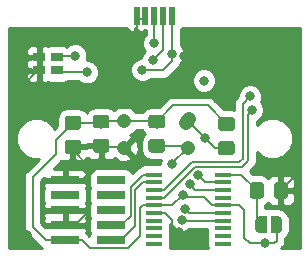
<source format=gbr>
G04 #@! TF.GenerationSoftware,KiCad,Pcbnew,(5.0.0)*
G04 #@! TF.CreationDate,2019-03-02T00:20:12+01:00*
G04 #@! TF.ProjectId,OpenThermalCamera,4F70656E546865726D616C43616D6572,rev?*
G04 #@! TF.SameCoordinates,Original*
G04 #@! TF.FileFunction,Copper,L2,Bot,Signal*
G04 #@! TF.FilePolarity,Positive*
%FSLAX46Y46*%
G04 Gerber Fmt 4.6, Leading zero omitted, Abs format (unit mm)*
G04 Created by KiCad (PCBNEW (5.0.0)) date 03/02/19 00:20:12*
%MOMM*%
%LPD*%
G01*
G04 APERTURE LIST*
G04 #@! TA.AperFunction,SMDPad,CuDef*
%ADD10R,0.500000X1.600000*%
G04 #@! TD*
G04 #@! TA.AperFunction,ComponentPad*
%ADD11C,1.200000*%
G04 #@! TD*
G04 #@! TA.AperFunction,Conductor*
%ADD12C,1.200000*%
G04 #@! TD*
G04 #@! TA.AperFunction,SMDPad,CuDef*
%ADD13R,1.450000X0.450000*%
G04 #@! TD*
G04 #@! TA.AperFunction,Conductor*
%ADD14C,0.100000*%
G04 #@! TD*
G04 #@! TA.AperFunction,SMDPad,CuDef*
%ADD15C,1.150000*%
G04 #@! TD*
G04 #@! TA.AperFunction,SMDPad,CuDef*
%ADD16R,2.400000X0.740000*%
G04 #@! TD*
G04 #@! TA.AperFunction,SMDPad,CuDef*
%ADD17C,0.500000*%
G04 #@! TD*
G04 #@! TA.AperFunction,SMDPad,CuDef*
%ADD18R,1.000000X0.800000*%
G04 #@! TD*
G04 #@! TA.AperFunction,ViaPad*
%ADD19C,0.800000*%
G04 #@! TD*
G04 #@! TA.AperFunction,Conductor*
%ADD20C,0.200000*%
G04 #@! TD*
G04 #@! TA.AperFunction,Conductor*
%ADD21C,0.254000*%
G04 #@! TD*
G04 APERTURE END LIST*
D10*
G04 #@! TO.P,J2,B3*
G04 #@! TO.N,/USB_P*
X40000000Y-26600000D03*
G04 #@! TO.P,J2,B5*
G04 #@! TO.N,GND*
X38500000Y-26600000D03*
G04 #@! TO.P,J2,B2*
G04 #@! TO.N,/USB_N*
X40750000Y-26600000D03*
G04 #@! TO.P,J2,B4*
G04 #@! TO.N,GND*
X39250000Y-26600000D03*
G04 #@! TO.P,J2,B1*
G04 #@! TO.N,+5V*
X41500000Y-26600000D03*
G04 #@! TD*
D11*
G04 #@! TO.P,U1,4*
G04 #@! TO.N,/I2C_SCL*
X42819239Y-37799138D03*
D12*
G04 #@! TD*
G04 #@! TO.N,/I2C_SCL*
G04 #@! TO.C,U1*
X42819239Y-37799138D02*
X42819239Y-37799138D01*
D11*
G04 #@! TO.P,U1,3*
G04 #@! TO.N,GND*
X37445227Y-37799138D03*
D12*
G04 #@! TD*
G04 #@! TO.N,GND*
G04 #@! TO.C,U1*
X37445227Y-37799138D02*
X37445227Y-37799138D01*
D11*
G04 #@! TO.P,U1,2*
G04 #@! TO.N,+3V3*
X37445227Y-35536396D03*
D12*
G04 #@! TD*
G04 #@! TO.N,+3V3*
G04 #@! TO.C,U1*
X37445227Y-35536396D02*
X37445227Y-35536396D01*
D11*
G04 #@! TO.P,U1,1*
G04 #@! TO.N,/I2C_SDA*
X42819239Y-35536396D03*
D12*
G04 #@! TD*
G04 #@! TO.N,/I2C_SDA*
G04 #@! TO.C,U1*
X42960660Y-35394975D02*
X42677818Y-35677817D01*
D13*
G04 #@! TO.P,U3,1*
G04 #@! TO.N,/BOOT0*
X45850000Y-40075000D03*
G04 #@! TO.P,U3,2*
G04 #@! TO.N,/I2C_SDA*
X45850000Y-40725000D03*
G04 #@! TO.P,U3,3*
G04 #@! TO.N,/I2C_SCL*
X45850000Y-41375000D03*
G04 #@! TO.P,U3,4*
G04 #@! TO.N,Net-(U3-Pad4)*
X45850000Y-42025000D03*
G04 #@! TO.P,U3,5*
G04 #@! TO.N,+3V3*
X45850000Y-42675000D03*
G04 #@! TO.P,U3,6*
G04 #@! TO.N,/BLUE_LED*
X45850000Y-43325000D03*
G04 #@! TO.P,U3,7*
G04 #@! TO.N,/RED_LED*
X45850000Y-43975000D03*
G04 #@! TO.P,U3,8*
G04 #@! TO.N,Net-(U3-Pad8)*
X45850000Y-44625000D03*
G04 #@! TO.P,U3,9*
G04 #@! TO.N,Net-(U3-Pad9)*
X45850000Y-45275000D03*
G04 #@! TO.P,U3,10*
G04 #@! TO.N,Net-(U3-Pad10)*
X45850000Y-45925000D03*
G04 #@! TO.P,U3,11*
G04 #@! TO.N,Net-(U3-Pad11)*
X39950000Y-45925000D03*
G04 #@! TO.P,U3,12*
G04 #@! TO.N,Net-(U3-Pad12)*
X39950000Y-45275000D03*
G04 #@! TO.P,U3,13*
G04 #@! TO.N,Net-(U3-Pad13)*
X39950000Y-44625000D03*
G04 #@! TO.P,U3,14*
G04 #@! TO.N,Net-(U3-Pad14)*
X39950000Y-43975000D03*
G04 #@! TO.P,U3,15*
G04 #@! TO.N,GND*
X39950000Y-43325000D03*
G04 #@! TO.P,U3,16*
G04 #@! TO.N,+3V3*
X39950000Y-42675000D03*
G04 #@! TO.P,U3,17*
G04 #@! TO.N,/USB_N*
X39950000Y-42025000D03*
G04 #@! TO.P,U3,18*
G04 #@! TO.N,/USB_P*
X39950000Y-41375000D03*
G04 #@! TO.P,U3,19*
G04 #@! TO.N,/SWDIO*
X39950000Y-40725000D03*
G04 #@! TO.P,U3,20*
G04 #@! TO.N,/SWDCLK*
X39950000Y-40075000D03*
G04 #@! TD*
D14*
G04 #@! TO.N,+3V3*
G04 #@! TO.C,C5*
G36*
X33574505Y-35101204D02*
X33598773Y-35104804D01*
X33622572Y-35110765D01*
X33645671Y-35119030D01*
X33667850Y-35129520D01*
X33688893Y-35142132D01*
X33708599Y-35156747D01*
X33726777Y-35173223D01*
X33743253Y-35191401D01*
X33757868Y-35211107D01*
X33770480Y-35232150D01*
X33780970Y-35254329D01*
X33789235Y-35277428D01*
X33795196Y-35301227D01*
X33798796Y-35325495D01*
X33800000Y-35349999D01*
X33800000Y-36000001D01*
X33798796Y-36024505D01*
X33795196Y-36048773D01*
X33789235Y-36072572D01*
X33780970Y-36095671D01*
X33770480Y-36117850D01*
X33757868Y-36138893D01*
X33743253Y-36158599D01*
X33726777Y-36176777D01*
X33708599Y-36193253D01*
X33688893Y-36207868D01*
X33667850Y-36220480D01*
X33645671Y-36230970D01*
X33622572Y-36239235D01*
X33598773Y-36245196D01*
X33574505Y-36248796D01*
X33550001Y-36250000D01*
X32649999Y-36250000D01*
X32625495Y-36248796D01*
X32601227Y-36245196D01*
X32577428Y-36239235D01*
X32554329Y-36230970D01*
X32532150Y-36220480D01*
X32511107Y-36207868D01*
X32491401Y-36193253D01*
X32473223Y-36176777D01*
X32456747Y-36158599D01*
X32442132Y-36138893D01*
X32429520Y-36117850D01*
X32419030Y-36095671D01*
X32410765Y-36072572D01*
X32404804Y-36048773D01*
X32401204Y-36024505D01*
X32400000Y-36000001D01*
X32400000Y-35349999D01*
X32401204Y-35325495D01*
X32404804Y-35301227D01*
X32410765Y-35277428D01*
X32419030Y-35254329D01*
X32429520Y-35232150D01*
X32442132Y-35211107D01*
X32456747Y-35191401D01*
X32473223Y-35173223D01*
X32491401Y-35156747D01*
X32511107Y-35142132D01*
X32532150Y-35129520D01*
X32554329Y-35119030D01*
X32577428Y-35110765D01*
X32601227Y-35104804D01*
X32625495Y-35101204D01*
X32649999Y-35100000D01*
X33550001Y-35100000D01*
X33574505Y-35101204D01*
X33574505Y-35101204D01*
G37*
D15*
G04 #@! TD*
G04 #@! TO.P,C5,1*
G04 #@! TO.N,+3V3*
X33100000Y-35675000D03*
D14*
G04 #@! TO.N,GND*
G04 #@! TO.C,C5*
G36*
X33574505Y-37151204D02*
X33598773Y-37154804D01*
X33622572Y-37160765D01*
X33645671Y-37169030D01*
X33667850Y-37179520D01*
X33688893Y-37192132D01*
X33708599Y-37206747D01*
X33726777Y-37223223D01*
X33743253Y-37241401D01*
X33757868Y-37261107D01*
X33770480Y-37282150D01*
X33780970Y-37304329D01*
X33789235Y-37327428D01*
X33795196Y-37351227D01*
X33798796Y-37375495D01*
X33800000Y-37399999D01*
X33800000Y-38050001D01*
X33798796Y-38074505D01*
X33795196Y-38098773D01*
X33789235Y-38122572D01*
X33780970Y-38145671D01*
X33770480Y-38167850D01*
X33757868Y-38188893D01*
X33743253Y-38208599D01*
X33726777Y-38226777D01*
X33708599Y-38243253D01*
X33688893Y-38257868D01*
X33667850Y-38270480D01*
X33645671Y-38280970D01*
X33622572Y-38289235D01*
X33598773Y-38295196D01*
X33574505Y-38298796D01*
X33550001Y-38300000D01*
X32649999Y-38300000D01*
X32625495Y-38298796D01*
X32601227Y-38295196D01*
X32577428Y-38289235D01*
X32554329Y-38280970D01*
X32532150Y-38270480D01*
X32511107Y-38257868D01*
X32491401Y-38243253D01*
X32473223Y-38226777D01*
X32456747Y-38208599D01*
X32442132Y-38188893D01*
X32429520Y-38167850D01*
X32419030Y-38145671D01*
X32410765Y-38122572D01*
X32404804Y-38098773D01*
X32401204Y-38074505D01*
X32400000Y-38050001D01*
X32400000Y-37399999D01*
X32401204Y-37375495D01*
X32404804Y-37351227D01*
X32410765Y-37327428D01*
X32419030Y-37304329D01*
X32429520Y-37282150D01*
X32442132Y-37261107D01*
X32456747Y-37241401D01*
X32473223Y-37223223D01*
X32491401Y-37206747D01*
X32511107Y-37192132D01*
X32532150Y-37179520D01*
X32554329Y-37169030D01*
X32577428Y-37160765D01*
X32601227Y-37154804D01*
X32625495Y-37151204D01*
X32649999Y-37150000D01*
X33550001Y-37150000D01*
X33574505Y-37151204D01*
X33574505Y-37151204D01*
G37*
D15*
G04 #@! TD*
G04 #@! TO.P,C5,2*
G04 #@! TO.N,GND*
X33100000Y-37725000D03*
D14*
G04 #@! TO.N,GND*
G04 #@! TO.C,C4*
G36*
X35974505Y-37051204D02*
X35998773Y-37054804D01*
X36022572Y-37060765D01*
X36045671Y-37069030D01*
X36067850Y-37079520D01*
X36088893Y-37092132D01*
X36108599Y-37106747D01*
X36126777Y-37123223D01*
X36143253Y-37141401D01*
X36157868Y-37161107D01*
X36170480Y-37182150D01*
X36180970Y-37204329D01*
X36189235Y-37227428D01*
X36195196Y-37251227D01*
X36198796Y-37275495D01*
X36200000Y-37299999D01*
X36200000Y-37950001D01*
X36198796Y-37974505D01*
X36195196Y-37998773D01*
X36189235Y-38022572D01*
X36180970Y-38045671D01*
X36170480Y-38067850D01*
X36157868Y-38088893D01*
X36143253Y-38108599D01*
X36126777Y-38126777D01*
X36108599Y-38143253D01*
X36088893Y-38157868D01*
X36067850Y-38170480D01*
X36045671Y-38180970D01*
X36022572Y-38189235D01*
X35998773Y-38195196D01*
X35974505Y-38198796D01*
X35950001Y-38200000D01*
X35049999Y-38200000D01*
X35025495Y-38198796D01*
X35001227Y-38195196D01*
X34977428Y-38189235D01*
X34954329Y-38180970D01*
X34932150Y-38170480D01*
X34911107Y-38157868D01*
X34891401Y-38143253D01*
X34873223Y-38126777D01*
X34856747Y-38108599D01*
X34842132Y-38088893D01*
X34829520Y-38067850D01*
X34819030Y-38045671D01*
X34810765Y-38022572D01*
X34804804Y-37998773D01*
X34801204Y-37974505D01*
X34800000Y-37950001D01*
X34800000Y-37299999D01*
X34801204Y-37275495D01*
X34804804Y-37251227D01*
X34810765Y-37227428D01*
X34819030Y-37204329D01*
X34829520Y-37182150D01*
X34842132Y-37161107D01*
X34856747Y-37141401D01*
X34873223Y-37123223D01*
X34891401Y-37106747D01*
X34911107Y-37092132D01*
X34932150Y-37079520D01*
X34954329Y-37069030D01*
X34977428Y-37060765D01*
X35001227Y-37054804D01*
X35025495Y-37051204D01*
X35049999Y-37050000D01*
X35950001Y-37050000D01*
X35974505Y-37051204D01*
X35974505Y-37051204D01*
G37*
D15*
G04 #@! TD*
G04 #@! TO.P,C4,2*
G04 #@! TO.N,GND*
X35500000Y-37625000D03*
D14*
G04 #@! TO.N,+3V3*
G04 #@! TO.C,C4*
G36*
X35974505Y-35001204D02*
X35998773Y-35004804D01*
X36022572Y-35010765D01*
X36045671Y-35019030D01*
X36067850Y-35029520D01*
X36088893Y-35042132D01*
X36108599Y-35056747D01*
X36126777Y-35073223D01*
X36143253Y-35091401D01*
X36157868Y-35111107D01*
X36170480Y-35132150D01*
X36180970Y-35154329D01*
X36189235Y-35177428D01*
X36195196Y-35201227D01*
X36198796Y-35225495D01*
X36200000Y-35249999D01*
X36200000Y-35900001D01*
X36198796Y-35924505D01*
X36195196Y-35948773D01*
X36189235Y-35972572D01*
X36180970Y-35995671D01*
X36170480Y-36017850D01*
X36157868Y-36038893D01*
X36143253Y-36058599D01*
X36126777Y-36076777D01*
X36108599Y-36093253D01*
X36088893Y-36107868D01*
X36067850Y-36120480D01*
X36045671Y-36130970D01*
X36022572Y-36139235D01*
X35998773Y-36145196D01*
X35974505Y-36148796D01*
X35950001Y-36150000D01*
X35049999Y-36150000D01*
X35025495Y-36148796D01*
X35001227Y-36145196D01*
X34977428Y-36139235D01*
X34954329Y-36130970D01*
X34932150Y-36120480D01*
X34911107Y-36107868D01*
X34891401Y-36093253D01*
X34873223Y-36076777D01*
X34856747Y-36058599D01*
X34842132Y-36038893D01*
X34829520Y-36017850D01*
X34819030Y-35995671D01*
X34810765Y-35972572D01*
X34804804Y-35948773D01*
X34801204Y-35924505D01*
X34800000Y-35900001D01*
X34800000Y-35249999D01*
X34801204Y-35225495D01*
X34804804Y-35201227D01*
X34810765Y-35177428D01*
X34819030Y-35154329D01*
X34829520Y-35132150D01*
X34842132Y-35111107D01*
X34856747Y-35091401D01*
X34873223Y-35073223D01*
X34891401Y-35056747D01*
X34911107Y-35042132D01*
X34932150Y-35029520D01*
X34954329Y-35019030D01*
X34977428Y-35010765D01*
X35001227Y-35004804D01*
X35025495Y-35001204D01*
X35049999Y-35000000D01*
X35950001Y-35000000D01*
X35974505Y-35001204D01*
X35974505Y-35001204D01*
G37*
D15*
G04 #@! TD*
G04 #@! TO.P,C4,1*
G04 #@! TO.N,+3V3*
X35500000Y-35575000D03*
D16*
G04 #@! TO.P,J1,1*
G04 #@! TO.N,+3V3*
X32450000Y-45640000D03*
G04 #@! TO.P,J1,2*
G04 #@! TO.N,/SWDIO*
X36350000Y-45640000D03*
G04 #@! TO.P,J1,3*
G04 #@! TO.N,GND*
X32450000Y-44370000D03*
G04 #@! TO.P,J1,4*
G04 #@! TO.N,/SWDCLK*
X36350000Y-44370000D03*
G04 #@! TO.P,J1,5*
G04 #@! TO.N,GND*
X32450000Y-43100000D03*
G04 #@! TO.P,J1,6*
G04 #@! TO.N,Net-(J1-Pad6)*
X36350000Y-43100000D03*
G04 #@! TO.P,J1,7*
G04 #@! TO.N,Net-(J1-Pad7)*
X32450000Y-41830000D03*
G04 #@! TO.P,J1,8*
G04 #@! TO.N,Net-(J1-Pad8)*
X36350000Y-41830000D03*
G04 #@! TO.P,J1,9*
G04 #@! TO.N,GND*
X32450000Y-40560000D03*
G04 #@! TO.P,J1,10*
G04 #@! TO.N,Net-(J1-Pad10)*
X36350000Y-40560000D03*
G04 #@! TD*
D14*
G04 #@! TO.N,+3V3*
G04 #@! TO.C,R3*
G36*
X40674505Y-35001204D02*
X40698773Y-35004804D01*
X40722572Y-35010765D01*
X40745671Y-35019030D01*
X40767850Y-35029520D01*
X40788893Y-35042132D01*
X40808599Y-35056747D01*
X40826777Y-35073223D01*
X40843253Y-35091401D01*
X40857868Y-35111107D01*
X40870480Y-35132150D01*
X40880970Y-35154329D01*
X40889235Y-35177428D01*
X40895196Y-35201227D01*
X40898796Y-35225495D01*
X40900000Y-35249999D01*
X40900000Y-35900001D01*
X40898796Y-35924505D01*
X40895196Y-35948773D01*
X40889235Y-35972572D01*
X40880970Y-35995671D01*
X40870480Y-36017850D01*
X40857868Y-36038893D01*
X40843253Y-36058599D01*
X40826777Y-36076777D01*
X40808599Y-36093253D01*
X40788893Y-36107868D01*
X40767850Y-36120480D01*
X40745671Y-36130970D01*
X40722572Y-36139235D01*
X40698773Y-36145196D01*
X40674505Y-36148796D01*
X40650001Y-36150000D01*
X39749999Y-36150000D01*
X39725495Y-36148796D01*
X39701227Y-36145196D01*
X39677428Y-36139235D01*
X39654329Y-36130970D01*
X39632150Y-36120480D01*
X39611107Y-36107868D01*
X39591401Y-36093253D01*
X39573223Y-36076777D01*
X39556747Y-36058599D01*
X39542132Y-36038893D01*
X39529520Y-36017850D01*
X39519030Y-35995671D01*
X39510765Y-35972572D01*
X39504804Y-35948773D01*
X39501204Y-35924505D01*
X39500000Y-35900001D01*
X39500000Y-35249999D01*
X39501204Y-35225495D01*
X39504804Y-35201227D01*
X39510765Y-35177428D01*
X39519030Y-35154329D01*
X39529520Y-35132150D01*
X39542132Y-35111107D01*
X39556747Y-35091401D01*
X39573223Y-35073223D01*
X39591401Y-35056747D01*
X39611107Y-35042132D01*
X39632150Y-35029520D01*
X39654329Y-35019030D01*
X39677428Y-35010765D01*
X39701227Y-35004804D01*
X39725495Y-35001204D01*
X39749999Y-35000000D01*
X40650001Y-35000000D01*
X40674505Y-35001204D01*
X40674505Y-35001204D01*
G37*
D15*
G04 #@! TD*
G04 #@! TO.P,R3,1*
G04 #@! TO.N,+3V3*
X40200000Y-35575000D03*
D14*
G04 #@! TO.N,/I2C_SCL*
G04 #@! TO.C,R3*
G36*
X40674505Y-37051204D02*
X40698773Y-37054804D01*
X40722572Y-37060765D01*
X40745671Y-37069030D01*
X40767850Y-37079520D01*
X40788893Y-37092132D01*
X40808599Y-37106747D01*
X40826777Y-37123223D01*
X40843253Y-37141401D01*
X40857868Y-37161107D01*
X40870480Y-37182150D01*
X40880970Y-37204329D01*
X40889235Y-37227428D01*
X40895196Y-37251227D01*
X40898796Y-37275495D01*
X40900000Y-37299999D01*
X40900000Y-37950001D01*
X40898796Y-37974505D01*
X40895196Y-37998773D01*
X40889235Y-38022572D01*
X40880970Y-38045671D01*
X40870480Y-38067850D01*
X40857868Y-38088893D01*
X40843253Y-38108599D01*
X40826777Y-38126777D01*
X40808599Y-38143253D01*
X40788893Y-38157868D01*
X40767850Y-38170480D01*
X40745671Y-38180970D01*
X40722572Y-38189235D01*
X40698773Y-38195196D01*
X40674505Y-38198796D01*
X40650001Y-38200000D01*
X39749999Y-38200000D01*
X39725495Y-38198796D01*
X39701227Y-38195196D01*
X39677428Y-38189235D01*
X39654329Y-38180970D01*
X39632150Y-38170480D01*
X39611107Y-38157868D01*
X39591401Y-38143253D01*
X39573223Y-38126777D01*
X39556747Y-38108599D01*
X39542132Y-38088893D01*
X39529520Y-38067850D01*
X39519030Y-38045671D01*
X39510765Y-38022572D01*
X39504804Y-37998773D01*
X39501204Y-37974505D01*
X39500000Y-37950001D01*
X39500000Y-37299999D01*
X39501204Y-37275495D01*
X39504804Y-37251227D01*
X39510765Y-37227428D01*
X39519030Y-37204329D01*
X39529520Y-37182150D01*
X39542132Y-37161107D01*
X39556747Y-37141401D01*
X39573223Y-37123223D01*
X39591401Y-37106747D01*
X39611107Y-37092132D01*
X39632150Y-37079520D01*
X39654329Y-37069030D01*
X39677428Y-37060765D01*
X39701227Y-37054804D01*
X39725495Y-37051204D01*
X39749999Y-37050000D01*
X40650001Y-37050000D01*
X40674505Y-37051204D01*
X40674505Y-37051204D01*
G37*
D15*
G04 #@! TD*
G04 #@! TO.P,R3,2*
G04 #@! TO.N,/I2C_SCL*
X40200000Y-37625000D03*
D14*
G04 #@! TO.N,/I2C_SDA*
G04 #@! TO.C,R2*
G36*
X46574505Y-37251204D02*
X46598773Y-37254804D01*
X46622572Y-37260765D01*
X46645671Y-37269030D01*
X46667850Y-37279520D01*
X46688893Y-37292132D01*
X46708599Y-37306747D01*
X46726777Y-37323223D01*
X46743253Y-37341401D01*
X46757868Y-37361107D01*
X46770480Y-37382150D01*
X46780970Y-37404329D01*
X46789235Y-37427428D01*
X46795196Y-37451227D01*
X46798796Y-37475495D01*
X46800000Y-37499999D01*
X46800000Y-38150001D01*
X46798796Y-38174505D01*
X46795196Y-38198773D01*
X46789235Y-38222572D01*
X46780970Y-38245671D01*
X46770480Y-38267850D01*
X46757868Y-38288893D01*
X46743253Y-38308599D01*
X46726777Y-38326777D01*
X46708599Y-38343253D01*
X46688893Y-38357868D01*
X46667850Y-38370480D01*
X46645671Y-38380970D01*
X46622572Y-38389235D01*
X46598773Y-38395196D01*
X46574505Y-38398796D01*
X46550001Y-38400000D01*
X45649999Y-38400000D01*
X45625495Y-38398796D01*
X45601227Y-38395196D01*
X45577428Y-38389235D01*
X45554329Y-38380970D01*
X45532150Y-38370480D01*
X45511107Y-38357868D01*
X45491401Y-38343253D01*
X45473223Y-38326777D01*
X45456747Y-38308599D01*
X45442132Y-38288893D01*
X45429520Y-38267850D01*
X45419030Y-38245671D01*
X45410765Y-38222572D01*
X45404804Y-38198773D01*
X45401204Y-38174505D01*
X45400000Y-38150001D01*
X45400000Y-37499999D01*
X45401204Y-37475495D01*
X45404804Y-37451227D01*
X45410765Y-37427428D01*
X45419030Y-37404329D01*
X45429520Y-37382150D01*
X45442132Y-37361107D01*
X45456747Y-37341401D01*
X45473223Y-37323223D01*
X45491401Y-37306747D01*
X45511107Y-37292132D01*
X45532150Y-37279520D01*
X45554329Y-37269030D01*
X45577428Y-37260765D01*
X45601227Y-37254804D01*
X45625495Y-37251204D01*
X45649999Y-37250000D01*
X46550001Y-37250000D01*
X46574505Y-37251204D01*
X46574505Y-37251204D01*
G37*
D15*
G04 #@! TD*
G04 #@! TO.P,R2,2*
G04 #@! TO.N,/I2C_SDA*
X46100000Y-37825000D03*
D14*
G04 #@! TO.N,+3V3*
G04 #@! TO.C,R2*
G36*
X46574505Y-35201204D02*
X46598773Y-35204804D01*
X46622572Y-35210765D01*
X46645671Y-35219030D01*
X46667850Y-35229520D01*
X46688893Y-35242132D01*
X46708599Y-35256747D01*
X46726777Y-35273223D01*
X46743253Y-35291401D01*
X46757868Y-35311107D01*
X46770480Y-35332150D01*
X46780970Y-35354329D01*
X46789235Y-35377428D01*
X46795196Y-35401227D01*
X46798796Y-35425495D01*
X46800000Y-35449999D01*
X46800000Y-36100001D01*
X46798796Y-36124505D01*
X46795196Y-36148773D01*
X46789235Y-36172572D01*
X46780970Y-36195671D01*
X46770480Y-36217850D01*
X46757868Y-36238893D01*
X46743253Y-36258599D01*
X46726777Y-36276777D01*
X46708599Y-36293253D01*
X46688893Y-36307868D01*
X46667850Y-36320480D01*
X46645671Y-36330970D01*
X46622572Y-36339235D01*
X46598773Y-36345196D01*
X46574505Y-36348796D01*
X46550001Y-36350000D01*
X45649999Y-36350000D01*
X45625495Y-36348796D01*
X45601227Y-36345196D01*
X45577428Y-36339235D01*
X45554329Y-36330970D01*
X45532150Y-36320480D01*
X45511107Y-36307868D01*
X45491401Y-36293253D01*
X45473223Y-36276777D01*
X45456747Y-36258599D01*
X45442132Y-36238893D01*
X45429520Y-36217850D01*
X45419030Y-36195671D01*
X45410765Y-36172572D01*
X45404804Y-36148773D01*
X45401204Y-36124505D01*
X45400000Y-36100001D01*
X45400000Y-35449999D01*
X45401204Y-35425495D01*
X45404804Y-35401227D01*
X45410765Y-35377428D01*
X45419030Y-35354329D01*
X45429520Y-35332150D01*
X45442132Y-35311107D01*
X45456747Y-35291401D01*
X45473223Y-35273223D01*
X45491401Y-35256747D01*
X45511107Y-35242132D01*
X45532150Y-35229520D01*
X45554329Y-35219030D01*
X45577428Y-35210765D01*
X45601227Y-35204804D01*
X45625495Y-35201204D01*
X45649999Y-35200000D01*
X46550001Y-35200000D01*
X46574505Y-35201204D01*
X46574505Y-35201204D01*
G37*
D15*
G04 #@! TD*
G04 #@! TO.P,R2,1*
G04 #@! TO.N,+3V3*
X46100000Y-35775000D03*
D14*
G04 #@! TO.N,/BOOT0*
G04 #@! TO.C,R1*
G36*
X49024505Y-40701204D02*
X49048773Y-40704804D01*
X49072572Y-40710765D01*
X49095671Y-40719030D01*
X49117850Y-40729520D01*
X49138893Y-40742132D01*
X49158599Y-40756747D01*
X49176777Y-40773223D01*
X49193253Y-40791401D01*
X49207868Y-40811107D01*
X49220480Y-40832150D01*
X49230970Y-40854329D01*
X49239235Y-40877428D01*
X49245196Y-40901227D01*
X49248796Y-40925495D01*
X49250000Y-40949999D01*
X49250000Y-41850001D01*
X49248796Y-41874505D01*
X49245196Y-41898773D01*
X49239235Y-41922572D01*
X49230970Y-41945671D01*
X49220480Y-41967850D01*
X49207868Y-41988893D01*
X49193253Y-42008599D01*
X49176777Y-42026777D01*
X49158599Y-42043253D01*
X49138893Y-42057868D01*
X49117850Y-42070480D01*
X49095671Y-42080970D01*
X49072572Y-42089235D01*
X49048773Y-42095196D01*
X49024505Y-42098796D01*
X49000001Y-42100000D01*
X48349999Y-42100000D01*
X48325495Y-42098796D01*
X48301227Y-42095196D01*
X48277428Y-42089235D01*
X48254329Y-42080970D01*
X48232150Y-42070480D01*
X48211107Y-42057868D01*
X48191401Y-42043253D01*
X48173223Y-42026777D01*
X48156747Y-42008599D01*
X48142132Y-41988893D01*
X48129520Y-41967850D01*
X48119030Y-41945671D01*
X48110765Y-41922572D01*
X48104804Y-41898773D01*
X48101204Y-41874505D01*
X48100000Y-41850001D01*
X48100000Y-40949999D01*
X48101204Y-40925495D01*
X48104804Y-40901227D01*
X48110765Y-40877428D01*
X48119030Y-40854329D01*
X48129520Y-40832150D01*
X48142132Y-40811107D01*
X48156747Y-40791401D01*
X48173223Y-40773223D01*
X48191401Y-40756747D01*
X48211107Y-40742132D01*
X48232150Y-40729520D01*
X48254329Y-40719030D01*
X48277428Y-40710765D01*
X48301227Y-40704804D01*
X48325495Y-40701204D01*
X48349999Y-40700000D01*
X49000001Y-40700000D01*
X49024505Y-40701204D01*
X49024505Y-40701204D01*
G37*
D15*
G04 #@! TD*
G04 #@! TO.P,R1,1*
G04 #@! TO.N,/BOOT0*
X48675000Y-41400000D03*
D14*
G04 #@! TO.N,GND*
G04 #@! TO.C,R1*
G36*
X51074505Y-40701204D02*
X51098773Y-40704804D01*
X51122572Y-40710765D01*
X51145671Y-40719030D01*
X51167850Y-40729520D01*
X51188893Y-40742132D01*
X51208599Y-40756747D01*
X51226777Y-40773223D01*
X51243253Y-40791401D01*
X51257868Y-40811107D01*
X51270480Y-40832150D01*
X51280970Y-40854329D01*
X51289235Y-40877428D01*
X51295196Y-40901227D01*
X51298796Y-40925495D01*
X51300000Y-40949999D01*
X51300000Y-41850001D01*
X51298796Y-41874505D01*
X51295196Y-41898773D01*
X51289235Y-41922572D01*
X51280970Y-41945671D01*
X51270480Y-41967850D01*
X51257868Y-41988893D01*
X51243253Y-42008599D01*
X51226777Y-42026777D01*
X51208599Y-42043253D01*
X51188893Y-42057868D01*
X51167850Y-42070480D01*
X51145671Y-42080970D01*
X51122572Y-42089235D01*
X51098773Y-42095196D01*
X51074505Y-42098796D01*
X51050001Y-42100000D01*
X50399999Y-42100000D01*
X50375495Y-42098796D01*
X50351227Y-42095196D01*
X50327428Y-42089235D01*
X50304329Y-42080970D01*
X50282150Y-42070480D01*
X50261107Y-42057868D01*
X50241401Y-42043253D01*
X50223223Y-42026777D01*
X50206747Y-42008599D01*
X50192132Y-41988893D01*
X50179520Y-41967850D01*
X50169030Y-41945671D01*
X50160765Y-41922572D01*
X50154804Y-41898773D01*
X50151204Y-41874505D01*
X50150000Y-41850001D01*
X50150000Y-40949999D01*
X50151204Y-40925495D01*
X50154804Y-40901227D01*
X50160765Y-40877428D01*
X50169030Y-40854329D01*
X50179520Y-40832150D01*
X50192132Y-40811107D01*
X50206747Y-40791401D01*
X50223223Y-40773223D01*
X50241401Y-40756747D01*
X50261107Y-40742132D01*
X50282150Y-40729520D01*
X50304329Y-40719030D01*
X50327428Y-40710765D01*
X50351227Y-40704804D01*
X50375495Y-40701204D01*
X50399999Y-40700000D01*
X51050001Y-40700000D01*
X51074505Y-40701204D01*
X51074505Y-40701204D01*
G37*
D15*
G04 #@! TD*
G04 #@! TO.P,R1,2*
G04 #@! TO.N,GND*
X50725000Y-41400000D03*
D17*
G04 #@! TO.P,SW1,1*
G04 #@! TO.N,/BOOT0*
X49050000Y-44300000D03*
D14*
G04 #@! TD*
G04 #@! TO.N,/BOOT0*
G04 #@! TO.C,SW1*
G36*
X49550000Y-45050000D02*
X49050000Y-45050000D01*
X49050000Y-45049398D01*
X49025466Y-45049398D01*
X48976635Y-45044588D01*
X48928510Y-45035016D01*
X48881555Y-45020772D01*
X48836222Y-45001995D01*
X48792949Y-44978864D01*
X48752150Y-44951604D01*
X48714221Y-44920476D01*
X48679524Y-44885779D01*
X48648396Y-44847850D01*
X48621136Y-44807051D01*
X48598005Y-44763778D01*
X48579228Y-44718445D01*
X48564984Y-44671490D01*
X48555412Y-44623365D01*
X48550602Y-44574534D01*
X48550602Y-44550000D01*
X48550000Y-44550000D01*
X48550000Y-44050000D01*
X48550602Y-44050000D01*
X48550602Y-44025466D01*
X48555412Y-43976635D01*
X48564984Y-43928510D01*
X48579228Y-43881555D01*
X48598005Y-43836222D01*
X48621136Y-43792949D01*
X48648396Y-43752150D01*
X48679524Y-43714221D01*
X48714221Y-43679524D01*
X48752150Y-43648396D01*
X48792949Y-43621136D01*
X48836222Y-43598005D01*
X48881555Y-43579228D01*
X48928510Y-43564984D01*
X48976635Y-43555412D01*
X49025466Y-43550602D01*
X49050000Y-43550602D01*
X49050000Y-43550000D01*
X49550000Y-43550000D01*
X49550000Y-45050000D01*
X49550000Y-45050000D01*
G37*
D17*
G04 #@! TO.P,SW1,2*
G04 #@! TO.N,+3V3*
X50350000Y-44300000D03*
D14*
G04 #@! TD*
G04 #@! TO.N,+3V3*
G04 #@! TO.C,SW1*
G36*
X50350000Y-43550602D02*
X50374534Y-43550602D01*
X50423365Y-43555412D01*
X50471490Y-43564984D01*
X50518445Y-43579228D01*
X50563778Y-43598005D01*
X50607051Y-43621136D01*
X50647850Y-43648396D01*
X50685779Y-43679524D01*
X50720476Y-43714221D01*
X50751604Y-43752150D01*
X50778864Y-43792949D01*
X50801995Y-43836222D01*
X50820772Y-43881555D01*
X50835016Y-43928510D01*
X50844588Y-43976635D01*
X50849398Y-44025466D01*
X50849398Y-44050000D01*
X50850000Y-44050000D01*
X50850000Y-44550000D01*
X50849398Y-44550000D01*
X50849398Y-44574534D01*
X50844588Y-44623365D01*
X50835016Y-44671490D01*
X50820772Y-44718445D01*
X50801995Y-44763778D01*
X50778864Y-44807051D01*
X50751604Y-44847850D01*
X50720476Y-44885779D01*
X50685779Y-44920476D01*
X50647850Y-44951604D01*
X50607051Y-44978864D01*
X50563778Y-45001995D01*
X50518445Y-45020772D01*
X50471490Y-45035016D01*
X50423365Y-45044588D01*
X50374534Y-45049398D01*
X50350000Y-45049398D01*
X50350000Y-45050000D01*
X49850000Y-45050000D01*
X49850000Y-43550000D01*
X50350000Y-43550000D01*
X50350000Y-43550602D01*
X50350000Y-43550602D01*
G37*
D18*
G04 #@! TO.P,D1,1*
G04 #@! TO.N,Net-(D1-Pad1)*
X31750000Y-30150000D03*
G04 #@! TO.P,D1,2*
G04 #@! TO.N,GND*
X30250000Y-30150000D03*
G04 #@! TO.P,D1,3*
X30250000Y-31250000D03*
G04 #@! TO.P,D1,4*
G04 #@! TO.N,Net-(D1-Pad4)*
X31750000Y-31250000D03*
G04 #@! TD*
D19*
G04 #@! TO.N,/I2C_SCL*
X42986994Y-40877905D03*
X41500000Y-39200000D03*
G04 #@! TO.N,GND*
X51400000Y-29100000D03*
X29200000Y-45200000D03*
X34400000Y-39300000D03*
X34400000Y-28600000D03*
X28700000Y-28600000D03*
X28600000Y-33500000D03*
X51700000Y-39500000D03*
X49200000Y-39100000D03*
X42100000Y-44900000D03*
X41475601Y-32563011D03*
X42513230Y-29996126D03*
X37799990Y-29843250D03*
X36850000Y-33150000D03*
X46250000Y-29150000D03*
G04 #@! TO.N,+3V3*
X42400000Y-41800000D03*
X49400000Y-45900000D03*
G04 #@! TO.N,/I2C_SDA*
X43734307Y-40134307D03*
X44282843Y-37000000D03*
G04 #@! TO.N,+5V*
X44200000Y-32100000D03*
X41519982Y-29880018D03*
X39000010Y-31200000D03*
G04 #@! TO.N,/USB_P*
X48100000Y-33450000D03*
X40000000Y-28950000D03*
G04 #@! TO.N,/USB_N*
X48250000Y-34600000D03*
X39900000Y-30350000D03*
G04 #@! TO.N,Net-(D1-Pad1)*
X33300000Y-30000000D03*
G04 #@! TO.N,/BLUE_LED*
X42563083Y-42953048D03*
G04 #@! TO.N,/RED_LED*
X42306336Y-43919539D03*
G04 #@! TO.N,Net-(D1-Pad4)*
X34300000Y-31400000D03*
G04 #@! TD*
D20*
G04 #@! TO.N,/I2C_SCL*
X42645101Y-37625000D02*
X42819239Y-37799138D01*
X40200000Y-37625000D02*
X42645101Y-37625000D01*
X43386993Y-41277904D02*
X42986994Y-40877905D01*
X45850000Y-41375000D02*
X43484089Y-41375000D01*
X43484089Y-41375000D02*
X43386993Y-41277904D01*
X41500000Y-39118377D02*
X42819239Y-37799138D01*
X41500000Y-39200000D02*
X41500000Y-39118377D01*
G04 #@! TO.N,GND*
X32450000Y-44370000D02*
X33280000Y-44370000D01*
X33280000Y-44370000D02*
X34400000Y-43250000D01*
X34000000Y-37725000D02*
X36200000Y-37725000D01*
X36200000Y-37725000D02*
X37540796Y-37725000D01*
X34400000Y-40010000D02*
X34400000Y-39300000D01*
X33850000Y-40560000D02*
X34400000Y-40010000D01*
X32450000Y-40560000D02*
X33850000Y-40560000D01*
X33850000Y-43100000D02*
X34400000Y-43100000D01*
X32450000Y-43100000D02*
X33850000Y-43100000D01*
X34400000Y-43250000D02*
X34400000Y-43100000D01*
X33100000Y-38000000D02*
X33100000Y-37725000D01*
X34400000Y-39300000D02*
X33100000Y-38000000D01*
X35400000Y-37725000D02*
X35500000Y-37625000D01*
X33100000Y-37725000D02*
X35400000Y-37725000D01*
X34400000Y-43100000D02*
X34400000Y-39300000D01*
X51700000Y-40425000D02*
X50725000Y-41400000D01*
X51700000Y-39500000D02*
X51700000Y-40425000D01*
X51700000Y-39500000D02*
X49600000Y-39500000D01*
X49600000Y-39500000D02*
X49200000Y-39100000D01*
X42100000Y-44900000D02*
X41500000Y-44300000D01*
X40875000Y-43325000D02*
X39950000Y-43325000D01*
X41500000Y-43950000D02*
X40875000Y-43325000D01*
X41500000Y-44300000D02*
X41500000Y-43950000D01*
X30250000Y-30150000D02*
X30250000Y-31250000D01*
X28600000Y-32934315D02*
X28600000Y-33500000D01*
X28600000Y-32800000D02*
X28600000Y-32934315D01*
X30150000Y-31250000D02*
X28600000Y-32800000D01*
X30250000Y-31250000D02*
X30150000Y-31250000D01*
X42500000Y-31015002D02*
X42509656Y-31005346D01*
X42509656Y-31528956D02*
X42509656Y-30561394D01*
X41475601Y-32563011D02*
X42509656Y-31528956D01*
X42505365Y-30565685D02*
X42509656Y-30561394D01*
X42500000Y-30565685D02*
X42505365Y-30565685D01*
X42509656Y-29999700D02*
X42513230Y-29996126D01*
X42509656Y-31005346D02*
X42509656Y-30561394D01*
X42509656Y-30561394D02*
X42509656Y-29999700D01*
X39250000Y-26900000D02*
X38500000Y-26900000D01*
X38500000Y-26900000D02*
X38500000Y-29143240D01*
X38500000Y-29143240D02*
X37799990Y-29843250D01*
G04 #@! TO.N,+3V3*
X39975000Y-42700000D02*
X39950000Y-42675000D01*
X39950000Y-42675000D02*
X41375000Y-42675000D01*
X39025000Y-42675000D02*
X39950000Y-42675000D01*
X38800000Y-42900000D02*
X39025000Y-42675000D01*
X38800000Y-45300002D02*
X38800000Y-42900000D01*
X34520001Y-46310001D02*
X37790001Y-46310001D01*
X37790001Y-46310001D02*
X38800000Y-45300002D01*
X33850000Y-45640000D02*
X34520001Y-46310001D01*
X32450000Y-45640000D02*
X33850000Y-45640000D01*
X35400000Y-35675000D02*
X35500000Y-35575000D01*
X33100000Y-35675000D02*
X35400000Y-35675000D01*
X35538604Y-35536396D02*
X35500000Y-35575000D01*
X37445227Y-35536396D02*
X35538604Y-35536396D01*
X40161396Y-35536396D02*
X40200000Y-35575000D01*
X37445227Y-35536396D02*
X40161396Y-35536396D01*
X47175000Y-42675000D02*
X45850000Y-42675000D01*
X47600000Y-43100000D02*
X47175000Y-42675000D01*
X40200000Y-35575000D02*
X41575000Y-34200000D01*
X44525000Y-34200000D02*
X46100000Y-35775000D01*
X41575000Y-34200000D02*
X44525000Y-34200000D01*
X44925000Y-42675000D02*
X45850000Y-42675000D01*
X42134385Y-41965615D02*
X44215615Y-41965615D01*
X44215615Y-41965615D02*
X44925000Y-42675000D01*
X41525000Y-42675000D02*
X39950000Y-42675000D01*
X42400000Y-41800000D02*
X41525000Y-42675000D01*
X50350000Y-44450000D02*
X50350000Y-44300000D01*
X47600000Y-45400000D02*
X47600000Y-44500000D01*
X48100000Y-45900000D02*
X47600000Y-45400000D01*
X49400000Y-45900000D02*
X48100000Y-45900000D01*
X47600000Y-44700000D02*
X47600000Y-44500000D01*
X47600000Y-44500000D02*
X47600000Y-43100000D01*
X50350000Y-44300000D02*
X50350000Y-45650000D01*
X50100000Y-45900000D02*
X49400000Y-45900000D01*
X50350000Y-45650000D02*
X50100000Y-45900000D01*
X29700000Y-40300000D02*
X29700000Y-44500000D01*
X30840000Y-45640000D02*
X32450000Y-45640000D01*
X29700000Y-44500000D02*
X30840000Y-45640000D01*
X31650000Y-37125000D02*
X31650000Y-38350000D01*
X33100000Y-35675000D02*
X31650000Y-37125000D01*
X31650000Y-38350000D02*
X29700000Y-40300000D01*
G04 #@! TO.N,/I2C_SDA*
X44134306Y-40534306D02*
X43734307Y-40134307D01*
X45850000Y-40725000D02*
X44325000Y-40725000D01*
X44325000Y-40725000D02*
X44134306Y-40534306D01*
X45107843Y-37825000D02*
X42819239Y-35536396D01*
X46100000Y-37825000D02*
X45107843Y-37825000D01*
G04 #@! TO.N,/BOOT0*
X47350000Y-40075000D02*
X48675000Y-41400000D01*
X45850000Y-40075000D02*
X47350000Y-40075000D01*
X48675000Y-43925000D02*
X49050000Y-44300000D01*
X48675000Y-41400000D02*
X48675000Y-43925000D01*
G04 #@! TO.N,+5V*
X41500000Y-26900000D02*
X41500000Y-29860036D01*
X41500000Y-29860036D02*
X41519982Y-29880018D01*
X39565695Y-31200000D02*
X39000010Y-31200000D01*
X40765685Y-31200000D02*
X39565695Y-31200000D01*
X41519982Y-30445703D02*
X40765685Y-31200000D01*
X41519982Y-29880018D02*
X41519982Y-30445703D01*
G04 #@! TO.N,/SWDIO*
X37180000Y-45640000D02*
X38399989Y-44420011D01*
X38399989Y-44420011D02*
X38399989Y-41350011D01*
X36350000Y-45640000D02*
X37180000Y-45640000D01*
X39025000Y-40725000D02*
X39950000Y-40725000D01*
X38399989Y-41350011D02*
X39025000Y-40725000D01*
G04 #@! TO.N,/SWDCLK*
X36350000Y-44370000D02*
X37180000Y-44370000D01*
X37999978Y-41100022D02*
X39025000Y-40075000D01*
X39025000Y-40075000D02*
X39950000Y-40075000D01*
X37999978Y-43550022D02*
X37999978Y-41100022D01*
X37180000Y-44370000D02*
X37999978Y-43550022D01*
G04 #@! TO.N,/USB_P*
X48100000Y-33450000D02*
X47475000Y-34075000D01*
X47475000Y-34075000D02*
X47475000Y-38706800D01*
X40821199Y-41375000D02*
X39950000Y-41375000D01*
X43221210Y-38974989D02*
X40821199Y-41375000D01*
X47206801Y-38974989D02*
X43221210Y-38974989D01*
X47309091Y-38872699D02*
X47206801Y-38974989D01*
X47309101Y-38872699D02*
X47309091Y-38872699D01*
X47475000Y-38706800D02*
X47309101Y-38872699D01*
X40000000Y-26900000D02*
X40000000Y-28950000D01*
G04 #@! TO.N,/USB_N*
X39950000Y-42025000D02*
X40450000Y-42025000D01*
X40450000Y-42025000D02*
X40524999Y-41950001D01*
X47393200Y-39425000D02*
X43407612Y-39425000D01*
X43407612Y-39425000D02*
X40807612Y-42025000D01*
X40807612Y-42025000D02*
X39950000Y-42025000D01*
X48250000Y-34600000D02*
X48250000Y-34700000D01*
X48250000Y-34700000D02*
X47950000Y-35000000D01*
X47950000Y-38868200D02*
X47850000Y-38968200D01*
X47950000Y-35000000D02*
X47950000Y-38868200D01*
X47850000Y-38968200D02*
X47393200Y-39425000D01*
X40750000Y-29500000D02*
X39900000Y-30350000D01*
X40750000Y-29400000D02*
X40750000Y-29500000D01*
X40750000Y-26900000D02*
X40750000Y-29400000D01*
G04 #@! TO.N,Net-(D1-Pad1)*
X31900000Y-30000000D02*
X31750000Y-30150000D01*
X33300000Y-30000000D02*
X31900000Y-30000000D01*
G04 #@! TO.N,/BLUE_LED*
X45850000Y-43325000D02*
X42935035Y-43325000D01*
X42935035Y-43325000D02*
X42563083Y-42953048D01*
G04 #@! TO.N,/RED_LED*
X42361797Y-43975000D02*
X42306336Y-43919539D01*
X45850000Y-43975000D02*
X42361797Y-43975000D01*
G04 #@! TO.N,Net-(D1-Pad4)*
X31900000Y-31400000D02*
X31750000Y-31250000D01*
X34300000Y-31400000D02*
X31900000Y-31400000D01*
G04 #@! TD*
D21*
G04 #@! TO.N,GND*
G36*
X41428905Y-44505819D02*
X41720056Y-44796970D01*
X42100462Y-44954539D01*
X42512210Y-44954539D01*
X42892616Y-44796970D01*
X42979586Y-44710000D01*
X44477560Y-44710000D01*
X44477560Y-44850000D01*
X44497451Y-44950000D01*
X44477560Y-45050000D01*
X44477560Y-45500000D01*
X44497451Y-45600000D01*
X44477560Y-45700000D01*
X44477560Y-46150000D01*
X44510380Y-46315000D01*
X41289620Y-46315000D01*
X41322440Y-46150000D01*
X41322440Y-45700000D01*
X41302549Y-45600000D01*
X41322440Y-45500000D01*
X41322440Y-45050000D01*
X41302549Y-44950000D01*
X41322440Y-44850000D01*
X41322440Y-44400000D01*
X41302549Y-44299999D01*
X41315884Y-44232961D01*
X41428905Y-44505819D01*
X41428905Y-44505819D01*
G37*
X41428905Y-44505819D02*
X41720056Y-44796970D01*
X42100462Y-44954539D01*
X42512210Y-44954539D01*
X42892616Y-44796970D01*
X42979586Y-44710000D01*
X44477560Y-44710000D01*
X44477560Y-44850000D01*
X44497451Y-44950000D01*
X44477560Y-45050000D01*
X44477560Y-45500000D01*
X44497451Y-45600000D01*
X44477560Y-45700000D01*
X44477560Y-46150000D01*
X44510380Y-46315000D01*
X41289620Y-46315000D01*
X41322440Y-46150000D01*
X41322440Y-45700000D01*
X41302549Y-45600000D01*
X41322440Y-45500000D01*
X41322440Y-45050000D01*
X41302549Y-44950000D01*
X41322440Y-44850000D01*
X41322440Y-44400000D01*
X41302549Y-44299999D01*
X41315884Y-44232961D01*
X41428905Y-44505819D01*
G36*
X37711673Y-27759699D02*
X37890302Y-27938327D01*
X38123691Y-28035000D01*
X38216250Y-28035000D01*
X38375000Y-27876250D01*
X38375000Y-27677000D01*
X38427418Y-27677000D01*
X38461673Y-27759699D01*
X38640302Y-27938327D01*
X38720152Y-27971402D01*
X38783750Y-28035000D01*
X38966250Y-28035000D01*
X39029848Y-27971402D01*
X39109698Y-27938327D01*
X39251346Y-27796680D01*
X39265000Y-27817116D01*
X39265001Y-28221288D01*
X39122569Y-28363720D01*
X38965000Y-28744126D01*
X38965000Y-29155874D01*
X39122569Y-29536280D01*
X39186289Y-29600000D01*
X39022569Y-29763720D01*
X38865000Y-30144126D01*
X38865000Y-30165000D01*
X38794136Y-30165000D01*
X38413730Y-30322569D01*
X38122579Y-30613720D01*
X37965010Y-30994126D01*
X37965010Y-31405874D01*
X38122579Y-31786280D01*
X38413730Y-32077431D01*
X38794136Y-32235000D01*
X39205884Y-32235000D01*
X39586290Y-32077431D01*
X39728721Y-31935000D01*
X40693301Y-31935000D01*
X40765685Y-31949398D01*
X40838069Y-31935000D01*
X40838073Y-31935000D01*
X41043559Y-31894126D01*
X43165000Y-31894126D01*
X43165000Y-32305874D01*
X43322569Y-32686280D01*
X43613720Y-32977431D01*
X43994126Y-33135000D01*
X44405874Y-33135000D01*
X44786280Y-32977431D01*
X45077431Y-32686280D01*
X45235000Y-32305874D01*
X45235000Y-31894126D01*
X45077431Y-31513720D01*
X44786280Y-31222569D01*
X44405874Y-31065000D01*
X43994126Y-31065000D01*
X43613720Y-31222569D01*
X43322569Y-31513720D01*
X43165000Y-31894126D01*
X41043559Y-31894126D01*
X41052468Y-31892354D01*
X41295590Y-31729905D01*
X41336596Y-31668535D01*
X41988519Y-31016613D01*
X42049887Y-30975608D01*
X42212336Y-30732486D01*
X42232476Y-30631235D01*
X42397413Y-30466298D01*
X42554982Y-30085892D01*
X42554982Y-29674144D01*
X42397413Y-29293738D01*
X42235000Y-29131325D01*
X42235000Y-27817115D01*
X42328623Y-27677000D01*
X42590520Y-27677000D01*
X42691485Y-27698366D01*
X42763244Y-27685000D01*
X52315001Y-27685000D01*
X52315000Y-46315000D01*
X50724446Y-46315000D01*
X50818535Y-46220911D01*
X50879905Y-46179905D01*
X51042354Y-45936783D01*
X51085000Y-45722388D01*
X51085000Y-45722385D01*
X51099398Y-45650001D01*
X51085000Y-45577617D01*
X51085000Y-45427146D01*
X51125006Y-45394314D01*
X51194314Y-45325006D01*
X51274831Y-45226896D01*
X51329287Y-45145397D01*
X51389119Y-45033460D01*
X51426628Y-44942904D01*
X51463470Y-44821451D01*
X51482592Y-44725318D01*
X51495032Y-44599009D01*
X51495032Y-44562106D01*
X51497440Y-44550000D01*
X51497440Y-44050000D01*
X51495032Y-44037894D01*
X51495032Y-44000991D01*
X51482592Y-43874682D01*
X51463470Y-43778549D01*
X51426628Y-43657096D01*
X51389119Y-43566540D01*
X51329287Y-43454603D01*
X51274831Y-43373104D01*
X51194314Y-43274994D01*
X51125006Y-43205686D01*
X51026896Y-43125169D01*
X50945397Y-43070713D01*
X50833460Y-43010881D01*
X50742904Y-42973372D01*
X50621451Y-42936530D01*
X50525318Y-42917408D01*
X50399009Y-42904968D01*
X50362106Y-42904968D01*
X50350000Y-42902560D01*
X49850000Y-42902560D01*
X49700000Y-42932397D01*
X49550000Y-42902560D01*
X49410000Y-42902560D01*
X49410000Y-42634650D01*
X49634586Y-42484586D01*
X49635377Y-42483403D01*
X49790302Y-42638327D01*
X50023691Y-42735000D01*
X50439250Y-42735000D01*
X50598000Y-42576250D01*
X50598000Y-41527000D01*
X50852000Y-41527000D01*
X50852000Y-42576250D01*
X51010750Y-42735000D01*
X51426309Y-42735000D01*
X51659698Y-42638327D01*
X51838327Y-42459699D01*
X51935000Y-42226310D01*
X51935000Y-41685750D01*
X51776250Y-41527000D01*
X50852000Y-41527000D01*
X50598000Y-41527000D01*
X50578000Y-41527000D01*
X50578000Y-41273000D01*
X50598000Y-41273000D01*
X50598000Y-40223750D01*
X50852000Y-40223750D01*
X50852000Y-41273000D01*
X51776250Y-41273000D01*
X51935000Y-41114250D01*
X51935000Y-40573690D01*
X51838327Y-40340301D01*
X51659698Y-40161673D01*
X51426309Y-40065000D01*
X51010750Y-40065000D01*
X50852000Y-40223750D01*
X50598000Y-40223750D01*
X50439250Y-40065000D01*
X50023691Y-40065000D01*
X49790302Y-40161673D01*
X49635377Y-40316597D01*
X49634586Y-40315414D01*
X49343436Y-40120873D01*
X49000001Y-40052560D01*
X48367006Y-40052560D01*
X48086046Y-39771600D01*
X48418535Y-39439111D01*
X48479905Y-39398105D01*
X48642354Y-39154983D01*
X48685000Y-38940588D01*
X48685000Y-38940585D01*
X48699398Y-38868201D01*
X48685000Y-38795817D01*
X48685000Y-38138661D01*
X49017201Y-38470862D01*
X49654887Y-38735000D01*
X50345113Y-38735000D01*
X50982799Y-38470862D01*
X51470862Y-37982799D01*
X51735000Y-37345113D01*
X51735000Y-36654887D01*
X51470862Y-36017201D01*
X50982799Y-35529138D01*
X50345113Y-35265000D01*
X49654887Y-35265000D01*
X49017201Y-35529138D01*
X48685000Y-35861339D01*
X48685000Y-35540093D01*
X48836280Y-35477431D01*
X49127431Y-35186280D01*
X49285000Y-34805874D01*
X49285000Y-34394126D01*
X49127431Y-34013720D01*
X49027973Y-33914262D01*
X49135000Y-33655874D01*
X49135000Y-33244126D01*
X48977431Y-32863720D01*
X48686280Y-32572569D01*
X48305874Y-32415000D01*
X47894126Y-32415000D01*
X47513720Y-32572569D01*
X47222569Y-32863720D01*
X47065000Y-33244126D01*
X47065000Y-33445554D01*
X47006465Y-33504089D01*
X46945095Y-33545095D01*
X46782646Y-33788218D01*
X46740000Y-34002613D01*
X46740000Y-34002616D01*
X46725602Y-34075000D01*
X46740000Y-34147384D01*
X46740000Y-34590353D01*
X46550001Y-34552560D01*
X45917007Y-34552560D01*
X45095911Y-33731465D01*
X45054905Y-33670095D01*
X44811783Y-33507646D01*
X44597388Y-33465000D01*
X44597384Y-33465000D01*
X44525000Y-33450602D01*
X44452616Y-33465000D01*
X41647388Y-33465000D01*
X41575000Y-33450601D01*
X41502612Y-33465000D01*
X41288217Y-33507646D01*
X41045095Y-33670095D01*
X41004090Y-33731463D01*
X40382993Y-34352560D01*
X39749999Y-34352560D01*
X39406564Y-34420873D01*
X39115414Y-34615414D01*
X38991144Y-34801396D01*
X38439437Y-34801396D01*
X38335612Y-34646011D01*
X37927100Y-34373052D01*
X37566863Y-34301396D01*
X37323591Y-34301396D01*
X36963354Y-34373052D01*
X36589539Y-34622827D01*
X36584586Y-34615414D01*
X36293436Y-34420873D01*
X35950001Y-34352560D01*
X35049999Y-34352560D01*
X34706564Y-34420873D01*
X34415414Y-34615414D01*
X34266591Y-34838143D01*
X34184586Y-34715414D01*
X33893436Y-34520873D01*
X33550001Y-34452560D01*
X32649999Y-34452560D01*
X32306564Y-34520873D01*
X32015414Y-34715414D01*
X31820873Y-35006564D01*
X31752560Y-35349999D01*
X31752560Y-35982994D01*
X31543350Y-36192203D01*
X31470862Y-36017201D01*
X30982799Y-35529138D01*
X30345113Y-35265000D01*
X29654887Y-35265000D01*
X29017201Y-35529138D01*
X28529138Y-36017201D01*
X28265000Y-36654887D01*
X28265000Y-37345113D01*
X28529138Y-37982799D01*
X29017201Y-38470862D01*
X29654887Y-38735000D01*
X30225553Y-38735000D01*
X29231465Y-39729089D01*
X29170095Y-39770095D01*
X29007646Y-40013218D01*
X28965000Y-40227613D01*
X28965000Y-40227616D01*
X28950602Y-40300000D01*
X28965000Y-40372384D01*
X28965001Y-44427611D01*
X28950602Y-44500000D01*
X29007646Y-44786782D01*
X29083698Y-44900602D01*
X29170096Y-45029905D01*
X29231463Y-45070909D01*
X30269090Y-46108537D01*
X30310095Y-46169905D01*
X30527245Y-46315000D01*
X27685000Y-46315000D01*
X27685000Y-31535750D01*
X29115000Y-31535750D01*
X29115000Y-31776310D01*
X29211673Y-32009699D01*
X29390302Y-32188327D01*
X29623691Y-32285000D01*
X29964250Y-32285000D01*
X30123000Y-32126250D01*
X30123000Y-31377000D01*
X29273750Y-31377000D01*
X29115000Y-31535750D01*
X27685000Y-31535750D01*
X27685000Y-30435750D01*
X29115000Y-30435750D01*
X29115000Y-30676310D01*
X29124813Y-30700000D01*
X29115000Y-30723690D01*
X29115000Y-30964250D01*
X29273750Y-31123000D01*
X29474010Y-31123000D01*
X29623691Y-31185000D01*
X29964250Y-31185000D01*
X30026250Y-31123000D01*
X30123000Y-31123000D01*
X30123000Y-30277000D01*
X30026250Y-30277000D01*
X29964250Y-30215000D01*
X29623691Y-30215000D01*
X29474010Y-30277000D01*
X29273750Y-30277000D01*
X29115000Y-30435750D01*
X27685000Y-30435750D01*
X27685000Y-29623690D01*
X29115000Y-29623690D01*
X29115000Y-29864250D01*
X29273750Y-30023000D01*
X30123000Y-30023000D01*
X30123000Y-29273750D01*
X30377000Y-29273750D01*
X30377000Y-30023000D01*
X30397000Y-30023000D01*
X30397000Y-30277000D01*
X30377000Y-30277000D01*
X30377000Y-31123000D01*
X30397000Y-31123000D01*
X30397000Y-31377000D01*
X30377000Y-31377000D01*
X30377000Y-32126250D01*
X30535750Y-32285000D01*
X30876309Y-32285000D01*
X30988084Y-32238701D01*
X31002235Y-32248157D01*
X31250000Y-32297440D01*
X32250000Y-32297440D01*
X32497765Y-32248157D01*
X32667115Y-32135000D01*
X33571289Y-32135000D01*
X33713720Y-32277431D01*
X34094126Y-32435000D01*
X34505874Y-32435000D01*
X34886280Y-32277431D01*
X35177431Y-31986280D01*
X35335000Y-31605874D01*
X35335000Y-31194126D01*
X35177431Y-30813720D01*
X34886280Y-30522569D01*
X34505874Y-30365000D01*
X34269088Y-30365000D01*
X34335000Y-30205874D01*
X34335000Y-29794126D01*
X34177431Y-29413720D01*
X33886280Y-29122569D01*
X33505874Y-28965000D01*
X33094126Y-28965000D01*
X32713720Y-29122569D01*
X32609672Y-29226617D01*
X32497765Y-29151843D01*
X32250000Y-29102560D01*
X31250000Y-29102560D01*
X31002235Y-29151843D01*
X30988084Y-29161299D01*
X30876309Y-29115000D01*
X30535750Y-29115000D01*
X30377000Y-29273750D01*
X30123000Y-29273750D01*
X29964250Y-29115000D01*
X29623691Y-29115000D01*
X29390302Y-29211673D01*
X29211673Y-29390301D01*
X29115000Y-29623690D01*
X27685000Y-29623690D01*
X27685000Y-27685000D01*
X37236757Y-27685000D01*
X37308515Y-27698366D01*
X37409480Y-27677000D01*
X37677418Y-27677000D01*
X37711673Y-27759699D01*
X37711673Y-27759699D01*
G37*
X37711673Y-27759699D02*
X37890302Y-27938327D01*
X38123691Y-28035000D01*
X38216250Y-28035000D01*
X38375000Y-27876250D01*
X38375000Y-27677000D01*
X38427418Y-27677000D01*
X38461673Y-27759699D01*
X38640302Y-27938327D01*
X38720152Y-27971402D01*
X38783750Y-28035000D01*
X38966250Y-28035000D01*
X39029848Y-27971402D01*
X39109698Y-27938327D01*
X39251346Y-27796680D01*
X39265000Y-27817116D01*
X39265001Y-28221288D01*
X39122569Y-28363720D01*
X38965000Y-28744126D01*
X38965000Y-29155874D01*
X39122569Y-29536280D01*
X39186289Y-29600000D01*
X39022569Y-29763720D01*
X38865000Y-30144126D01*
X38865000Y-30165000D01*
X38794136Y-30165000D01*
X38413730Y-30322569D01*
X38122579Y-30613720D01*
X37965010Y-30994126D01*
X37965010Y-31405874D01*
X38122579Y-31786280D01*
X38413730Y-32077431D01*
X38794136Y-32235000D01*
X39205884Y-32235000D01*
X39586290Y-32077431D01*
X39728721Y-31935000D01*
X40693301Y-31935000D01*
X40765685Y-31949398D01*
X40838069Y-31935000D01*
X40838073Y-31935000D01*
X41043559Y-31894126D01*
X43165000Y-31894126D01*
X43165000Y-32305874D01*
X43322569Y-32686280D01*
X43613720Y-32977431D01*
X43994126Y-33135000D01*
X44405874Y-33135000D01*
X44786280Y-32977431D01*
X45077431Y-32686280D01*
X45235000Y-32305874D01*
X45235000Y-31894126D01*
X45077431Y-31513720D01*
X44786280Y-31222569D01*
X44405874Y-31065000D01*
X43994126Y-31065000D01*
X43613720Y-31222569D01*
X43322569Y-31513720D01*
X43165000Y-31894126D01*
X41043559Y-31894126D01*
X41052468Y-31892354D01*
X41295590Y-31729905D01*
X41336596Y-31668535D01*
X41988519Y-31016613D01*
X42049887Y-30975608D01*
X42212336Y-30732486D01*
X42232476Y-30631235D01*
X42397413Y-30466298D01*
X42554982Y-30085892D01*
X42554982Y-29674144D01*
X42397413Y-29293738D01*
X42235000Y-29131325D01*
X42235000Y-27817115D01*
X42328623Y-27677000D01*
X42590520Y-27677000D01*
X42691485Y-27698366D01*
X42763244Y-27685000D01*
X52315001Y-27685000D01*
X52315000Y-46315000D01*
X50724446Y-46315000D01*
X50818535Y-46220911D01*
X50879905Y-46179905D01*
X51042354Y-45936783D01*
X51085000Y-45722388D01*
X51085000Y-45722385D01*
X51099398Y-45650001D01*
X51085000Y-45577617D01*
X51085000Y-45427146D01*
X51125006Y-45394314D01*
X51194314Y-45325006D01*
X51274831Y-45226896D01*
X51329287Y-45145397D01*
X51389119Y-45033460D01*
X51426628Y-44942904D01*
X51463470Y-44821451D01*
X51482592Y-44725318D01*
X51495032Y-44599009D01*
X51495032Y-44562106D01*
X51497440Y-44550000D01*
X51497440Y-44050000D01*
X51495032Y-44037894D01*
X51495032Y-44000991D01*
X51482592Y-43874682D01*
X51463470Y-43778549D01*
X51426628Y-43657096D01*
X51389119Y-43566540D01*
X51329287Y-43454603D01*
X51274831Y-43373104D01*
X51194314Y-43274994D01*
X51125006Y-43205686D01*
X51026896Y-43125169D01*
X50945397Y-43070713D01*
X50833460Y-43010881D01*
X50742904Y-42973372D01*
X50621451Y-42936530D01*
X50525318Y-42917408D01*
X50399009Y-42904968D01*
X50362106Y-42904968D01*
X50350000Y-42902560D01*
X49850000Y-42902560D01*
X49700000Y-42932397D01*
X49550000Y-42902560D01*
X49410000Y-42902560D01*
X49410000Y-42634650D01*
X49634586Y-42484586D01*
X49635377Y-42483403D01*
X49790302Y-42638327D01*
X50023691Y-42735000D01*
X50439250Y-42735000D01*
X50598000Y-42576250D01*
X50598000Y-41527000D01*
X50852000Y-41527000D01*
X50852000Y-42576250D01*
X51010750Y-42735000D01*
X51426309Y-42735000D01*
X51659698Y-42638327D01*
X51838327Y-42459699D01*
X51935000Y-42226310D01*
X51935000Y-41685750D01*
X51776250Y-41527000D01*
X50852000Y-41527000D01*
X50598000Y-41527000D01*
X50578000Y-41527000D01*
X50578000Y-41273000D01*
X50598000Y-41273000D01*
X50598000Y-40223750D01*
X50852000Y-40223750D01*
X50852000Y-41273000D01*
X51776250Y-41273000D01*
X51935000Y-41114250D01*
X51935000Y-40573690D01*
X51838327Y-40340301D01*
X51659698Y-40161673D01*
X51426309Y-40065000D01*
X51010750Y-40065000D01*
X50852000Y-40223750D01*
X50598000Y-40223750D01*
X50439250Y-40065000D01*
X50023691Y-40065000D01*
X49790302Y-40161673D01*
X49635377Y-40316597D01*
X49634586Y-40315414D01*
X49343436Y-40120873D01*
X49000001Y-40052560D01*
X48367006Y-40052560D01*
X48086046Y-39771600D01*
X48418535Y-39439111D01*
X48479905Y-39398105D01*
X48642354Y-39154983D01*
X48685000Y-38940588D01*
X48685000Y-38940585D01*
X48699398Y-38868201D01*
X48685000Y-38795817D01*
X48685000Y-38138661D01*
X49017201Y-38470862D01*
X49654887Y-38735000D01*
X50345113Y-38735000D01*
X50982799Y-38470862D01*
X51470862Y-37982799D01*
X51735000Y-37345113D01*
X51735000Y-36654887D01*
X51470862Y-36017201D01*
X50982799Y-35529138D01*
X50345113Y-35265000D01*
X49654887Y-35265000D01*
X49017201Y-35529138D01*
X48685000Y-35861339D01*
X48685000Y-35540093D01*
X48836280Y-35477431D01*
X49127431Y-35186280D01*
X49285000Y-34805874D01*
X49285000Y-34394126D01*
X49127431Y-34013720D01*
X49027973Y-33914262D01*
X49135000Y-33655874D01*
X49135000Y-33244126D01*
X48977431Y-32863720D01*
X48686280Y-32572569D01*
X48305874Y-32415000D01*
X47894126Y-32415000D01*
X47513720Y-32572569D01*
X47222569Y-32863720D01*
X47065000Y-33244126D01*
X47065000Y-33445554D01*
X47006465Y-33504089D01*
X46945095Y-33545095D01*
X46782646Y-33788218D01*
X46740000Y-34002613D01*
X46740000Y-34002616D01*
X46725602Y-34075000D01*
X46740000Y-34147384D01*
X46740000Y-34590353D01*
X46550001Y-34552560D01*
X45917007Y-34552560D01*
X45095911Y-33731465D01*
X45054905Y-33670095D01*
X44811783Y-33507646D01*
X44597388Y-33465000D01*
X44597384Y-33465000D01*
X44525000Y-33450602D01*
X44452616Y-33465000D01*
X41647388Y-33465000D01*
X41575000Y-33450601D01*
X41502612Y-33465000D01*
X41288217Y-33507646D01*
X41045095Y-33670095D01*
X41004090Y-33731463D01*
X40382993Y-34352560D01*
X39749999Y-34352560D01*
X39406564Y-34420873D01*
X39115414Y-34615414D01*
X38991144Y-34801396D01*
X38439437Y-34801396D01*
X38335612Y-34646011D01*
X37927100Y-34373052D01*
X37566863Y-34301396D01*
X37323591Y-34301396D01*
X36963354Y-34373052D01*
X36589539Y-34622827D01*
X36584586Y-34615414D01*
X36293436Y-34420873D01*
X35950001Y-34352560D01*
X35049999Y-34352560D01*
X34706564Y-34420873D01*
X34415414Y-34615414D01*
X34266591Y-34838143D01*
X34184586Y-34715414D01*
X33893436Y-34520873D01*
X33550001Y-34452560D01*
X32649999Y-34452560D01*
X32306564Y-34520873D01*
X32015414Y-34715414D01*
X31820873Y-35006564D01*
X31752560Y-35349999D01*
X31752560Y-35982994D01*
X31543350Y-36192203D01*
X31470862Y-36017201D01*
X30982799Y-35529138D01*
X30345113Y-35265000D01*
X29654887Y-35265000D01*
X29017201Y-35529138D01*
X28529138Y-36017201D01*
X28265000Y-36654887D01*
X28265000Y-37345113D01*
X28529138Y-37982799D01*
X29017201Y-38470862D01*
X29654887Y-38735000D01*
X30225553Y-38735000D01*
X29231465Y-39729089D01*
X29170095Y-39770095D01*
X29007646Y-40013218D01*
X28965000Y-40227613D01*
X28965000Y-40227616D01*
X28950602Y-40300000D01*
X28965000Y-40372384D01*
X28965001Y-44427611D01*
X28950602Y-44500000D01*
X29007646Y-44786782D01*
X29083698Y-44900602D01*
X29170096Y-45029905D01*
X29231463Y-45070909D01*
X30269090Y-46108537D01*
X30310095Y-46169905D01*
X30527245Y-46315000D01*
X27685000Y-46315000D01*
X27685000Y-31535750D01*
X29115000Y-31535750D01*
X29115000Y-31776310D01*
X29211673Y-32009699D01*
X29390302Y-32188327D01*
X29623691Y-32285000D01*
X29964250Y-32285000D01*
X30123000Y-32126250D01*
X30123000Y-31377000D01*
X29273750Y-31377000D01*
X29115000Y-31535750D01*
X27685000Y-31535750D01*
X27685000Y-30435750D01*
X29115000Y-30435750D01*
X29115000Y-30676310D01*
X29124813Y-30700000D01*
X29115000Y-30723690D01*
X29115000Y-30964250D01*
X29273750Y-31123000D01*
X29474010Y-31123000D01*
X29623691Y-31185000D01*
X29964250Y-31185000D01*
X30026250Y-31123000D01*
X30123000Y-31123000D01*
X30123000Y-30277000D01*
X30026250Y-30277000D01*
X29964250Y-30215000D01*
X29623691Y-30215000D01*
X29474010Y-30277000D01*
X29273750Y-30277000D01*
X29115000Y-30435750D01*
X27685000Y-30435750D01*
X27685000Y-29623690D01*
X29115000Y-29623690D01*
X29115000Y-29864250D01*
X29273750Y-30023000D01*
X30123000Y-30023000D01*
X30123000Y-29273750D01*
X30377000Y-29273750D01*
X30377000Y-30023000D01*
X30397000Y-30023000D01*
X30397000Y-30277000D01*
X30377000Y-30277000D01*
X30377000Y-31123000D01*
X30397000Y-31123000D01*
X30397000Y-31377000D01*
X30377000Y-31377000D01*
X30377000Y-32126250D01*
X30535750Y-32285000D01*
X30876309Y-32285000D01*
X30988084Y-32238701D01*
X31002235Y-32248157D01*
X31250000Y-32297440D01*
X32250000Y-32297440D01*
X32497765Y-32248157D01*
X32667115Y-32135000D01*
X33571289Y-32135000D01*
X33713720Y-32277431D01*
X34094126Y-32435000D01*
X34505874Y-32435000D01*
X34886280Y-32277431D01*
X35177431Y-31986280D01*
X35335000Y-31605874D01*
X35335000Y-31194126D01*
X35177431Y-30813720D01*
X34886280Y-30522569D01*
X34505874Y-30365000D01*
X34269088Y-30365000D01*
X34335000Y-30205874D01*
X34335000Y-29794126D01*
X34177431Y-29413720D01*
X33886280Y-29122569D01*
X33505874Y-28965000D01*
X33094126Y-28965000D01*
X32713720Y-29122569D01*
X32609672Y-29226617D01*
X32497765Y-29151843D01*
X32250000Y-29102560D01*
X31250000Y-29102560D01*
X31002235Y-29151843D01*
X30988084Y-29161299D01*
X30876309Y-29115000D01*
X30535750Y-29115000D01*
X30377000Y-29273750D01*
X30123000Y-29273750D01*
X29964250Y-29115000D01*
X29623691Y-29115000D01*
X29390302Y-29211673D01*
X29211673Y-29390301D01*
X29115000Y-29623690D01*
X27685000Y-29623690D01*
X27685000Y-27685000D01*
X37236757Y-27685000D01*
X37308515Y-27698366D01*
X37409480Y-27677000D01*
X37677418Y-27677000D01*
X37711673Y-27759699D01*
G36*
X39115414Y-36534586D02*
X39213313Y-36600000D01*
X39115414Y-36665414D01*
X38920873Y-36956564D01*
X38852560Y-37299999D01*
X38852560Y-37950001D01*
X38920873Y-38293436D01*
X39115414Y-38584586D01*
X39406564Y-38779127D01*
X39749999Y-38847440D01*
X40525759Y-38847440D01*
X40465000Y-38994126D01*
X40465000Y-39202560D01*
X39225000Y-39202560D01*
X38977235Y-39251843D01*
X38799813Y-39370394D01*
X38738217Y-39382646D01*
X38495095Y-39545095D01*
X38454090Y-39606463D01*
X38136205Y-39924348D01*
X38007809Y-39732191D01*
X37797765Y-39591843D01*
X37550000Y-39542560D01*
X35150000Y-39542560D01*
X34902235Y-39591843D01*
X34692191Y-39732191D01*
X34551843Y-39942235D01*
X34502560Y-40190000D01*
X34502560Y-40930000D01*
X34551843Y-41177765D01*
X34563359Y-41195000D01*
X34551843Y-41212235D01*
X34502560Y-41460000D01*
X34502560Y-42200000D01*
X34551843Y-42447765D01*
X34563359Y-42465000D01*
X34551843Y-42482235D01*
X34502560Y-42730000D01*
X34502560Y-43470000D01*
X34551843Y-43717765D01*
X34563359Y-43735000D01*
X34551843Y-43752235D01*
X34502560Y-44000000D01*
X34502560Y-44740000D01*
X34551843Y-44987765D01*
X34563359Y-45005000D01*
X34551843Y-45022235D01*
X34505362Y-45255915D01*
X34420911Y-45171465D01*
X34379905Y-45110095D01*
X34247950Y-45021926D01*
X34231031Y-44996604D01*
X34285000Y-44866310D01*
X34285000Y-44655750D01*
X34126250Y-44497000D01*
X32577000Y-44497000D01*
X32577000Y-44517000D01*
X32323000Y-44517000D01*
X32323000Y-44497000D01*
X30773750Y-44497000D01*
X30755098Y-44515652D01*
X30435000Y-44195554D01*
X30435000Y-43385750D01*
X30615000Y-43385750D01*
X30615000Y-43596310D01*
X30672447Y-43735000D01*
X30615000Y-43873690D01*
X30615000Y-44084250D01*
X30773750Y-44243000D01*
X32323000Y-44243000D01*
X32323000Y-43227000D01*
X32577000Y-43227000D01*
X32577000Y-44243000D01*
X34126250Y-44243000D01*
X34285000Y-44084250D01*
X34285000Y-43873690D01*
X34227553Y-43735000D01*
X34285000Y-43596310D01*
X34285000Y-43385750D01*
X34126250Y-43227000D01*
X32577000Y-43227000D01*
X32323000Y-43227000D01*
X30773750Y-43227000D01*
X30615000Y-43385750D01*
X30435000Y-43385750D01*
X30435000Y-41460000D01*
X30602560Y-41460000D01*
X30602560Y-42200000D01*
X30651843Y-42447765D01*
X30668969Y-42473396D01*
X30615000Y-42603690D01*
X30615000Y-42814250D01*
X30773750Y-42973000D01*
X32323000Y-42973000D01*
X32323000Y-42953000D01*
X32577000Y-42953000D01*
X32577000Y-42973000D01*
X34126250Y-42973000D01*
X34285000Y-42814250D01*
X34285000Y-42603690D01*
X34231031Y-42473396D01*
X34248157Y-42447765D01*
X34297440Y-42200000D01*
X34297440Y-41460000D01*
X34248157Y-41212235D01*
X34231031Y-41186604D01*
X34285000Y-41056310D01*
X34285000Y-40845750D01*
X34126250Y-40687000D01*
X32577000Y-40687000D01*
X32577000Y-40707000D01*
X32323000Y-40707000D01*
X32323000Y-40687000D01*
X30773750Y-40687000D01*
X30615000Y-40845750D01*
X30615000Y-41056310D01*
X30668969Y-41186604D01*
X30651843Y-41212235D01*
X30602560Y-41460000D01*
X30435000Y-41460000D01*
X30435000Y-40604446D01*
X30690098Y-40349348D01*
X30773750Y-40433000D01*
X32323000Y-40433000D01*
X32323000Y-39713750D01*
X32577000Y-39713750D01*
X32577000Y-40433000D01*
X34126250Y-40433000D01*
X34285000Y-40274250D01*
X34285000Y-40063690D01*
X34188327Y-39830301D01*
X34009698Y-39651673D01*
X33776309Y-39555000D01*
X32735750Y-39555000D01*
X32577000Y-39713750D01*
X32323000Y-39713750D01*
X32164250Y-39555000D01*
X31484447Y-39555000D01*
X32118537Y-38920910D01*
X32164894Y-38889935D01*
X32273690Y-38935000D01*
X32814250Y-38935000D01*
X32973000Y-38776250D01*
X32973000Y-37852000D01*
X33227000Y-37852000D01*
X33227000Y-38776250D01*
X33385750Y-38935000D01*
X33926310Y-38935000D01*
X34159699Y-38838327D01*
X34338327Y-38659698D01*
X34345165Y-38643190D01*
X34440301Y-38738327D01*
X34673690Y-38835000D01*
X35214250Y-38835000D01*
X35373000Y-38676250D01*
X35373000Y-37752000D01*
X34323750Y-37752000D01*
X34223750Y-37852000D01*
X33227000Y-37852000D01*
X32973000Y-37852000D01*
X32953000Y-37852000D01*
X32953000Y-37598000D01*
X32973000Y-37598000D01*
X32973000Y-37578000D01*
X33227000Y-37578000D01*
X33227000Y-37598000D01*
X34276250Y-37598000D01*
X34376250Y-37498000D01*
X35373000Y-37498000D01*
X35373000Y-37478000D01*
X35627000Y-37478000D01*
X35627000Y-37498000D01*
X35647000Y-37498000D01*
X35647000Y-37752000D01*
X35627000Y-37752000D01*
X35627000Y-38676250D01*
X35785750Y-38835000D01*
X36326310Y-38835000D01*
X36559699Y-38738327D01*
X36598780Y-38699245D01*
X36661754Y-38762219D01*
X36779324Y-38644649D01*
X36825905Y-38867627D01*
X37127616Y-38992610D01*
X37608515Y-39023307D01*
X38064554Y-38867635D01*
X38111826Y-38645343D01*
X37445227Y-37978743D01*
X37431085Y-37992886D01*
X37251480Y-37813281D01*
X37265622Y-37799138D01*
X37624832Y-37799138D01*
X38291432Y-38465737D01*
X38513724Y-38418465D01*
X38669396Y-37962426D01*
X38638699Y-37481527D01*
X38513716Y-37179816D01*
X38290736Y-37133234D01*
X37624832Y-37799138D01*
X37265622Y-37799138D01*
X37251480Y-37784996D01*
X37431085Y-37605390D01*
X37445227Y-37619533D01*
X38111131Y-36953629D01*
X38064549Y-36730649D01*
X37951147Y-36683672D01*
X38335612Y-36426781D01*
X38439437Y-36271396D01*
X38939555Y-36271396D01*
X39115414Y-36534586D01*
X39115414Y-36534586D01*
G37*
X39115414Y-36534586D02*
X39213313Y-36600000D01*
X39115414Y-36665414D01*
X38920873Y-36956564D01*
X38852560Y-37299999D01*
X38852560Y-37950001D01*
X38920873Y-38293436D01*
X39115414Y-38584586D01*
X39406564Y-38779127D01*
X39749999Y-38847440D01*
X40525759Y-38847440D01*
X40465000Y-38994126D01*
X40465000Y-39202560D01*
X39225000Y-39202560D01*
X38977235Y-39251843D01*
X38799813Y-39370394D01*
X38738217Y-39382646D01*
X38495095Y-39545095D01*
X38454090Y-39606463D01*
X38136205Y-39924348D01*
X38007809Y-39732191D01*
X37797765Y-39591843D01*
X37550000Y-39542560D01*
X35150000Y-39542560D01*
X34902235Y-39591843D01*
X34692191Y-39732191D01*
X34551843Y-39942235D01*
X34502560Y-40190000D01*
X34502560Y-40930000D01*
X34551843Y-41177765D01*
X34563359Y-41195000D01*
X34551843Y-41212235D01*
X34502560Y-41460000D01*
X34502560Y-42200000D01*
X34551843Y-42447765D01*
X34563359Y-42465000D01*
X34551843Y-42482235D01*
X34502560Y-42730000D01*
X34502560Y-43470000D01*
X34551843Y-43717765D01*
X34563359Y-43735000D01*
X34551843Y-43752235D01*
X34502560Y-44000000D01*
X34502560Y-44740000D01*
X34551843Y-44987765D01*
X34563359Y-45005000D01*
X34551843Y-45022235D01*
X34505362Y-45255915D01*
X34420911Y-45171465D01*
X34379905Y-45110095D01*
X34247950Y-45021926D01*
X34231031Y-44996604D01*
X34285000Y-44866310D01*
X34285000Y-44655750D01*
X34126250Y-44497000D01*
X32577000Y-44497000D01*
X32577000Y-44517000D01*
X32323000Y-44517000D01*
X32323000Y-44497000D01*
X30773750Y-44497000D01*
X30755098Y-44515652D01*
X30435000Y-44195554D01*
X30435000Y-43385750D01*
X30615000Y-43385750D01*
X30615000Y-43596310D01*
X30672447Y-43735000D01*
X30615000Y-43873690D01*
X30615000Y-44084250D01*
X30773750Y-44243000D01*
X32323000Y-44243000D01*
X32323000Y-43227000D01*
X32577000Y-43227000D01*
X32577000Y-44243000D01*
X34126250Y-44243000D01*
X34285000Y-44084250D01*
X34285000Y-43873690D01*
X34227553Y-43735000D01*
X34285000Y-43596310D01*
X34285000Y-43385750D01*
X34126250Y-43227000D01*
X32577000Y-43227000D01*
X32323000Y-43227000D01*
X30773750Y-43227000D01*
X30615000Y-43385750D01*
X30435000Y-43385750D01*
X30435000Y-41460000D01*
X30602560Y-41460000D01*
X30602560Y-42200000D01*
X30651843Y-42447765D01*
X30668969Y-42473396D01*
X30615000Y-42603690D01*
X30615000Y-42814250D01*
X30773750Y-42973000D01*
X32323000Y-42973000D01*
X32323000Y-42953000D01*
X32577000Y-42953000D01*
X32577000Y-42973000D01*
X34126250Y-42973000D01*
X34285000Y-42814250D01*
X34285000Y-42603690D01*
X34231031Y-42473396D01*
X34248157Y-42447765D01*
X34297440Y-42200000D01*
X34297440Y-41460000D01*
X34248157Y-41212235D01*
X34231031Y-41186604D01*
X34285000Y-41056310D01*
X34285000Y-40845750D01*
X34126250Y-40687000D01*
X32577000Y-40687000D01*
X32577000Y-40707000D01*
X32323000Y-40707000D01*
X32323000Y-40687000D01*
X30773750Y-40687000D01*
X30615000Y-40845750D01*
X30615000Y-41056310D01*
X30668969Y-41186604D01*
X30651843Y-41212235D01*
X30602560Y-41460000D01*
X30435000Y-41460000D01*
X30435000Y-40604446D01*
X30690098Y-40349348D01*
X30773750Y-40433000D01*
X32323000Y-40433000D01*
X32323000Y-39713750D01*
X32577000Y-39713750D01*
X32577000Y-40433000D01*
X34126250Y-40433000D01*
X34285000Y-40274250D01*
X34285000Y-40063690D01*
X34188327Y-39830301D01*
X34009698Y-39651673D01*
X33776309Y-39555000D01*
X32735750Y-39555000D01*
X32577000Y-39713750D01*
X32323000Y-39713750D01*
X32164250Y-39555000D01*
X31484447Y-39555000D01*
X32118537Y-38920910D01*
X32164894Y-38889935D01*
X32273690Y-38935000D01*
X32814250Y-38935000D01*
X32973000Y-38776250D01*
X32973000Y-37852000D01*
X33227000Y-37852000D01*
X33227000Y-38776250D01*
X33385750Y-38935000D01*
X33926310Y-38935000D01*
X34159699Y-38838327D01*
X34338327Y-38659698D01*
X34345165Y-38643190D01*
X34440301Y-38738327D01*
X34673690Y-38835000D01*
X35214250Y-38835000D01*
X35373000Y-38676250D01*
X35373000Y-37752000D01*
X34323750Y-37752000D01*
X34223750Y-37852000D01*
X33227000Y-37852000D01*
X32973000Y-37852000D01*
X32953000Y-37852000D01*
X32953000Y-37598000D01*
X32973000Y-37598000D01*
X32973000Y-37578000D01*
X33227000Y-37578000D01*
X33227000Y-37598000D01*
X34276250Y-37598000D01*
X34376250Y-37498000D01*
X35373000Y-37498000D01*
X35373000Y-37478000D01*
X35627000Y-37478000D01*
X35627000Y-37498000D01*
X35647000Y-37498000D01*
X35647000Y-37752000D01*
X35627000Y-37752000D01*
X35627000Y-38676250D01*
X35785750Y-38835000D01*
X36326310Y-38835000D01*
X36559699Y-38738327D01*
X36598780Y-38699245D01*
X36661754Y-38762219D01*
X36779324Y-38644649D01*
X36825905Y-38867627D01*
X37127616Y-38992610D01*
X37608515Y-39023307D01*
X38064554Y-38867635D01*
X38111826Y-38645343D01*
X37445227Y-37978743D01*
X37431085Y-37992886D01*
X37251480Y-37813281D01*
X37265622Y-37799138D01*
X37624832Y-37799138D01*
X38291432Y-38465737D01*
X38513724Y-38418465D01*
X38669396Y-37962426D01*
X38638699Y-37481527D01*
X38513716Y-37179816D01*
X38290736Y-37133234D01*
X37624832Y-37799138D01*
X37265622Y-37799138D01*
X37251480Y-37784996D01*
X37431085Y-37605390D01*
X37445227Y-37619533D01*
X38111131Y-36953629D01*
X38064549Y-36730649D01*
X37951147Y-36683672D01*
X38335612Y-36426781D01*
X38439437Y-36271396D01*
X38939555Y-36271396D01*
X39115414Y-36534586D01*
G04 #@! TD*
M02*

</source>
